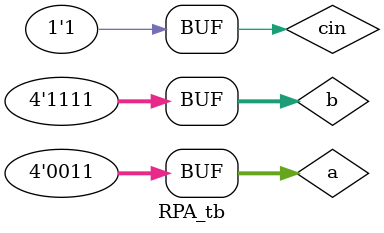
<source format=v>
`timescale 1ns / 1ps
module FA_Structural(a,b,cin,sum,cout);
	input a,b,cin;
    output sum,cout;
    wire x,y,z;

    xor(x,a,b);
    xor(sum,x,cin);
    and(y,cin,x);
    and(z,a,b);
    or(cout,y,z);
endmodule

module RPA(a,b,cin,sum,cout);
	input[3:0] a,b; 
	input cin;
	output[3:0] sum;
	output cout;
	wire c0,c1,c2;
	
	FA_Structural fa1(a[0],b[0],cin,sum[0],c0);
	FA_Structural fa2(a[1],b[1],c0,sum[1],c1);
	FA_Structural fa3(a[2],b[2],c1,sum[2],c2);
	FA_Structural fa4(a[3],b[3],c2,sum[3],cout);
endmodule
	
module RPA_tb;
	reg[3:0] a,b;
	reg cin;
	wire[3:0] sum;
	wire cout;
	
	RPA rpa(a,b,cin,sum,cout);
	
	initial begin
		#0   a=4'b0000;b=4'b0000;cin=0;
		#10  a=4'b0000;b=4'b0000;cin=1;
		#10  a=4'b0000;b=4'b1111;cin=0;
		#10  a=4'b0000;b=4'b1111;cin=1;
        #10  a=4'b0011;b=4'b1111;cin=1;
	end
	
	initial begin
		$monitor("%d: a=%b b=%b cin=%b sum=%b cout=%b",$time,a,b,cin,sum,cout);
		$dumpfile("RPA.vcd");
		$dumpvars(0,RPA_tb);
	end
endmodule

</source>
